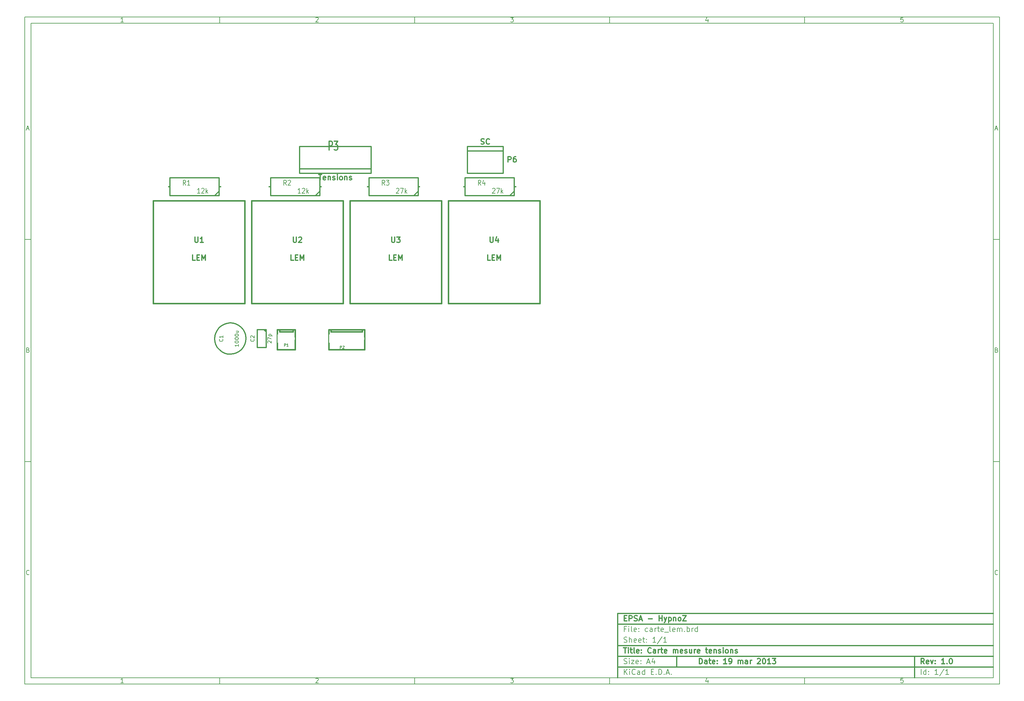
<source format=gto>
G04 (created by PCBNEW-RS274X (2012-01-19 BZR 3256)-stable) date 19/03/2013 14:42:43*
G01*
G70*
G90*
%MOIN*%
G04 Gerber Fmt 3.4, Leading zero omitted, Abs format*
%FSLAX34Y34*%
G04 APERTURE LIST*
%ADD10C,0.006000*%
%ADD11C,0.012000*%
%ADD12C,0.015000*%
%ADD13C,0.008000*%
%ADD14R,0.095000X0.095000*%
%ADD15C,0.095000*%
%ADD16C,0.090000*%
%ADD17R,0.170000X0.170000*%
%ADD18C,0.170000*%
%ADD19C,0.110000*%
G04 APERTURE END LIST*
G54D10*
X04000Y-04000D02*
X113000Y-04000D01*
X113000Y-78670D01*
X04000Y-78670D01*
X04000Y-04000D01*
X04700Y-04700D02*
X112300Y-04700D01*
X112300Y-77970D01*
X04700Y-77970D01*
X04700Y-04700D01*
X25800Y-04000D02*
X25800Y-04700D01*
X15043Y-04552D02*
X14757Y-04552D01*
X14900Y-04552D02*
X14900Y-04052D01*
X14852Y-04124D01*
X14805Y-04171D01*
X14757Y-04195D01*
X25800Y-78670D02*
X25800Y-77970D01*
X15043Y-78522D02*
X14757Y-78522D01*
X14900Y-78522D02*
X14900Y-78022D01*
X14852Y-78094D01*
X14805Y-78141D01*
X14757Y-78165D01*
X47600Y-04000D02*
X47600Y-04700D01*
X36557Y-04100D02*
X36581Y-04076D01*
X36629Y-04052D01*
X36748Y-04052D01*
X36795Y-04076D01*
X36819Y-04100D01*
X36843Y-04148D01*
X36843Y-04195D01*
X36819Y-04267D01*
X36533Y-04552D01*
X36843Y-04552D01*
X47600Y-78670D02*
X47600Y-77970D01*
X36557Y-78070D02*
X36581Y-78046D01*
X36629Y-78022D01*
X36748Y-78022D01*
X36795Y-78046D01*
X36819Y-78070D01*
X36843Y-78118D01*
X36843Y-78165D01*
X36819Y-78237D01*
X36533Y-78522D01*
X36843Y-78522D01*
X69400Y-04000D02*
X69400Y-04700D01*
X58333Y-04052D02*
X58643Y-04052D01*
X58476Y-04243D01*
X58548Y-04243D01*
X58595Y-04267D01*
X58619Y-04290D01*
X58643Y-04338D01*
X58643Y-04457D01*
X58619Y-04505D01*
X58595Y-04529D01*
X58548Y-04552D01*
X58405Y-04552D01*
X58357Y-04529D01*
X58333Y-04505D01*
X69400Y-78670D02*
X69400Y-77970D01*
X58333Y-78022D02*
X58643Y-78022D01*
X58476Y-78213D01*
X58548Y-78213D01*
X58595Y-78237D01*
X58619Y-78260D01*
X58643Y-78308D01*
X58643Y-78427D01*
X58619Y-78475D01*
X58595Y-78499D01*
X58548Y-78522D01*
X58405Y-78522D01*
X58357Y-78499D01*
X58333Y-78475D01*
X91200Y-04000D02*
X91200Y-04700D01*
X80395Y-04219D02*
X80395Y-04552D01*
X80276Y-04029D02*
X80157Y-04386D01*
X80467Y-04386D01*
X91200Y-78670D02*
X91200Y-77970D01*
X80395Y-78189D02*
X80395Y-78522D01*
X80276Y-77999D02*
X80157Y-78356D01*
X80467Y-78356D01*
X102219Y-04052D02*
X101981Y-04052D01*
X101957Y-04290D01*
X101981Y-04267D01*
X102029Y-04243D01*
X102148Y-04243D01*
X102195Y-04267D01*
X102219Y-04290D01*
X102243Y-04338D01*
X102243Y-04457D01*
X102219Y-04505D01*
X102195Y-04529D01*
X102148Y-04552D01*
X102029Y-04552D01*
X101981Y-04529D01*
X101957Y-04505D01*
X102219Y-78022D02*
X101981Y-78022D01*
X101957Y-78260D01*
X101981Y-78237D01*
X102029Y-78213D01*
X102148Y-78213D01*
X102195Y-78237D01*
X102219Y-78260D01*
X102243Y-78308D01*
X102243Y-78427D01*
X102219Y-78475D01*
X102195Y-78499D01*
X102148Y-78522D01*
X102029Y-78522D01*
X101981Y-78499D01*
X101957Y-78475D01*
X04000Y-28890D02*
X04700Y-28890D01*
X04231Y-16510D02*
X04469Y-16510D01*
X04184Y-16652D02*
X04350Y-16152D01*
X04517Y-16652D01*
X113000Y-28890D02*
X112300Y-28890D01*
X112531Y-16510D02*
X112769Y-16510D01*
X112484Y-16652D02*
X112650Y-16152D01*
X112817Y-16652D01*
X04000Y-53780D02*
X04700Y-53780D01*
X04386Y-41280D02*
X04457Y-41304D01*
X04481Y-41328D01*
X04505Y-41376D01*
X04505Y-41447D01*
X04481Y-41495D01*
X04457Y-41519D01*
X04410Y-41542D01*
X04219Y-41542D01*
X04219Y-41042D01*
X04386Y-41042D01*
X04433Y-41066D01*
X04457Y-41090D01*
X04481Y-41138D01*
X04481Y-41185D01*
X04457Y-41233D01*
X04433Y-41257D01*
X04386Y-41280D01*
X04219Y-41280D01*
X113000Y-53780D02*
X112300Y-53780D01*
X112686Y-41280D02*
X112757Y-41304D01*
X112781Y-41328D01*
X112805Y-41376D01*
X112805Y-41447D01*
X112781Y-41495D01*
X112757Y-41519D01*
X112710Y-41542D01*
X112519Y-41542D01*
X112519Y-41042D01*
X112686Y-41042D01*
X112733Y-41066D01*
X112757Y-41090D01*
X112781Y-41138D01*
X112781Y-41185D01*
X112757Y-41233D01*
X112733Y-41257D01*
X112686Y-41280D01*
X112519Y-41280D01*
X04505Y-66385D02*
X04481Y-66409D01*
X04410Y-66432D01*
X04362Y-66432D01*
X04290Y-66409D01*
X04243Y-66361D01*
X04219Y-66313D01*
X04195Y-66218D01*
X04195Y-66147D01*
X04219Y-66051D01*
X04243Y-66004D01*
X04290Y-65956D01*
X04362Y-65932D01*
X04410Y-65932D01*
X04481Y-65956D01*
X04505Y-65980D01*
X112805Y-66385D02*
X112781Y-66409D01*
X112710Y-66432D01*
X112662Y-66432D01*
X112590Y-66409D01*
X112543Y-66361D01*
X112519Y-66313D01*
X112495Y-66218D01*
X112495Y-66147D01*
X112519Y-66051D01*
X112543Y-66004D01*
X112590Y-65956D01*
X112662Y-65932D01*
X112710Y-65932D01*
X112781Y-65956D01*
X112805Y-65980D01*
G54D11*
X79443Y-76413D02*
X79443Y-75813D01*
X79586Y-75813D01*
X79671Y-75841D01*
X79729Y-75899D01*
X79757Y-75956D01*
X79786Y-76070D01*
X79786Y-76156D01*
X79757Y-76270D01*
X79729Y-76327D01*
X79671Y-76384D01*
X79586Y-76413D01*
X79443Y-76413D01*
X80300Y-76413D02*
X80300Y-76099D01*
X80271Y-76041D01*
X80214Y-76013D01*
X80100Y-76013D01*
X80043Y-76041D01*
X80300Y-76384D02*
X80243Y-76413D01*
X80100Y-76413D01*
X80043Y-76384D01*
X80014Y-76327D01*
X80014Y-76270D01*
X80043Y-76213D01*
X80100Y-76184D01*
X80243Y-76184D01*
X80300Y-76156D01*
X80500Y-76013D02*
X80729Y-76013D01*
X80586Y-75813D02*
X80586Y-76327D01*
X80614Y-76384D01*
X80672Y-76413D01*
X80729Y-76413D01*
X81157Y-76384D02*
X81100Y-76413D01*
X80986Y-76413D01*
X80929Y-76384D01*
X80900Y-76327D01*
X80900Y-76099D01*
X80929Y-76041D01*
X80986Y-76013D01*
X81100Y-76013D01*
X81157Y-76041D01*
X81186Y-76099D01*
X81186Y-76156D01*
X80900Y-76213D01*
X81443Y-76356D02*
X81471Y-76384D01*
X81443Y-76413D01*
X81414Y-76384D01*
X81443Y-76356D01*
X81443Y-76413D01*
X81443Y-76041D02*
X81471Y-76070D01*
X81443Y-76099D01*
X81414Y-76070D01*
X81443Y-76041D01*
X81443Y-76099D01*
X82500Y-76413D02*
X82157Y-76413D01*
X82329Y-76413D02*
X82329Y-75813D01*
X82272Y-75899D01*
X82214Y-75956D01*
X82157Y-75984D01*
X82785Y-76413D02*
X82900Y-76413D01*
X82957Y-76384D01*
X82985Y-76356D01*
X83043Y-76270D01*
X83071Y-76156D01*
X83071Y-75927D01*
X83043Y-75870D01*
X83014Y-75841D01*
X82957Y-75813D01*
X82843Y-75813D01*
X82785Y-75841D01*
X82757Y-75870D01*
X82728Y-75927D01*
X82728Y-76070D01*
X82757Y-76127D01*
X82785Y-76156D01*
X82843Y-76184D01*
X82957Y-76184D01*
X83014Y-76156D01*
X83043Y-76127D01*
X83071Y-76070D01*
X83785Y-76413D02*
X83785Y-76013D01*
X83785Y-76070D02*
X83813Y-76041D01*
X83871Y-76013D01*
X83956Y-76013D01*
X84013Y-76041D01*
X84042Y-76099D01*
X84042Y-76413D01*
X84042Y-76099D02*
X84071Y-76041D01*
X84128Y-76013D01*
X84213Y-76013D01*
X84271Y-76041D01*
X84299Y-76099D01*
X84299Y-76413D01*
X84842Y-76413D02*
X84842Y-76099D01*
X84813Y-76041D01*
X84756Y-76013D01*
X84642Y-76013D01*
X84585Y-76041D01*
X84842Y-76384D02*
X84785Y-76413D01*
X84642Y-76413D01*
X84585Y-76384D01*
X84556Y-76327D01*
X84556Y-76270D01*
X84585Y-76213D01*
X84642Y-76184D01*
X84785Y-76184D01*
X84842Y-76156D01*
X85128Y-76413D02*
X85128Y-76013D01*
X85128Y-76127D02*
X85156Y-76070D01*
X85185Y-76041D01*
X85242Y-76013D01*
X85299Y-76013D01*
X85927Y-75870D02*
X85956Y-75841D01*
X86013Y-75813D01*
X86156Y-75813D01*
X86213Y-75841D01*
X86242Y-75870D01*
X86270Y-75927D01*
X86270Y-75984D01*
X86242Y-76070D01*
X85899Y-76413D01*
X86270Y-76413D01*
X86641Y-75813D02*
X86698Y-75813D01*
X86755Y-75841D01*
X86784Y-75870D01*
X86813Y-75927D01*
X86841Y-76041D01*
X86841Y-76184D01*
X86813Y-76299D01*
X86784Y-76356D01*
X86755Y-76384D01*
X86698Y-76413D01*
X86641Y-76413D01*
X86584Y-76384D01*
X86555Y-76356D01*
X86527Y-76299D01*
X86498Y-76184D01*
X86498Y-76041D01*
X86527Y-75927D01*
X86555Y-75870D01*
X86584Y-75841D01*
X86641Y-75813D01*
X87412Y-76413D02*
X87069Y-76413D01*
X87241Y-76413D02*
X87241Y-75813D01*
X87184Y-75899D01*
X87126Y-75956D01*
X87069Y-75984D01*
X87612Y-75813D02*
X87983Y-75813D01*
X87783Y-76041D01*
X87869Y-76041D01*
X87926Y-76070D01*
X87955Y-76099D01*
X87983Y-76156D01*
X87983Y-76299D01*
X87955Y-76356D01*
X87926Y-76384D01*
X87869Y-76413D01*
X87697Y-76413D01*
X87640Y-76384D01*
X87612Y-76356D01*
G54D10*
X71043Y-77613D02*
X71043Y-77013D01*
X71386Y-77613D02*
X71129Y-77270D01*
X71386Y-77013D02*
X71043Y-77356D01*
X71643Y-77613D02*
X71643Y-77213D01*
X71643Y-77013D02*
X71614Y-77041D01*
X71643Y-77070D01*
X71671Y-77041D01*
X71643Y-77013D01*
X71643Y-77070D01*
X72272Y-77556D02*
X72243Y-77584D01*
X72157Y-77613D01*
X72100Y-77613D01*
X72015Y-77584D01*
X71957Y-77527D01*
X71929Y-77470D01*
X71900Y-77356D01*
X71900Y-77270D01*
X71929Y-77156D01*
X71957Y-77099D01*
X72015Y-77041D01*
X72100Y-77013D01*
X72157Y-77013D01*
X72243Y-77041D01*
X72272Y-77070D01*
X72786Y-77613D02*
X72786Y-77299D01*
X72757Y-77241D01*
X72700Y-77213D01*
X72586Y-77213D01*
X72529Y-77241D01*
X72786Y-77584D02*
X72729Y-77613D01*
X72586Y-77613D01*
X72529Y-77584D01*
X72500Y-77527D01*
X72500Y-77470D01*
X72529Y-77413D01*
X72586Y-77384D01*
X72729Y-77384D01*
X72786Y-77356D01*
X73329Y-77613D02*
X73329Y-77013D01*
X73329Y-77584D02*
X73272Y-77613D01*
X73158Y-77613D01*
X73100Y-77584D01*
X73072Y-77556D01*
X73043Y-77499D01*
X73043Y-77327D01*
X73072Y-77270D01*
X73100Y-77241D01*
X73158Y-77213D01*
X73272Y-77213D01*
X73329Y-77241D01*
X74072Y-77299D02*
X74272Y-77299D01*
X74358Y-77613D02*
X74072Y-77613D01*
X74072Y-77013D01*
X74358Y-77013D01*
X74615Y-77556D02*
X74643Y-77584D01*
X74615Y-77613D01*
X74586Y-77584D01*
X74615Y-77556D01*
X74615Y-77613D01*
X74901Y-77613D02*
X74901Y-77013D01*
X75044Y-77013D01*
X75129Y-77041D01*
X75187Y-77099D01*
X75215Y-77156D01*
X75244Y-77270D01*
X75244Y-77356D01*
X75215Y-77470D01*
X75187Y-77527D01*
X75129Y-77584D01*
X75044Y-77613D01*
X74901Y-77613D01*
X75501Y-77556D02*
X75529Y-77584D01*
X75501Y-77613D01*
X75472Y-77584D01*
X75501Y-77556D01*
X75501Y-77613D01*
X75758Y-77441D02*
X76044Y-77441D01*
X75701Y-77613D02*
X75901Y-77013D01*
X76101Y-77613D01*
X76301Y-77556D02*
X76329Y-77584D01*
X76301Y-77613D01*
X76272Y-77584D01*
X76301Y-77556D01*
X76301Y-77613D01*
G54D11*
X104586Y-76413D02*
X104386Y-76127D01*
X104243Y-76413D02*
X104243Y-75813D01*
X104471Y-75813D01*
X104529Y-75841D01*
X104557Y-75870D01*
X104586Y-75927D01*
X104586Y-76013D01*
X104557Y-76070D01*
X104529Y-76099D01*
X104471Y-76127D01*
X104243Y-76127D01*
X105071Y-76384D02*
X105014Y-76413D01*
X104900Y-76413D01*
X104843Y-76384D01*
X104814Y-76327D01*
X104814Y-76099D01*
X104843Y-76041D01*
X104900Y-76013D01*
X105014Y-76013D01*
X105071Y-76041D01*
X105100Y-76099D01*
X105100Y-76156D01*
X104814Y-76213D01*
X105300Y-76013D02*
X105443Y-76413D01*
X105585Y-76013D01*
X105814Y-76356D02*
X105842Y-76384D01*
X105814Y-76413D01*
X105785Y-76384D01*
X105814Y-76356D01*
X105814Y-76413D01*
X105814Y-76041D02*
X105842Y-76070D01*
X105814Y-76099D01*
X105785Y-76070D01*
X105814Y-76041D01*
X105814Y-76099D01*
X106871Y-76413D02*
X106528Y-76413D01*
X106700Y-76413D02*
X106700Y-75813D01*
X106643Y-75899D01*
X106585Y-75956D01*
X106528Y-75984D01*
X107128Y-76356D02*
X107156Y-76384D01*
X107128Y-76413D01*
X107099Y-76384D01*
X107128Y-76356D01*
X107128Y-76413D01*
X107528Y-75813D02*
X107585Y-75813D01*
X107642Y-75841D01*
X107671Y-75870D01*
X107700Y-75927D01*
X107728Y-76041D01*
X107728Y-76184D01*
X107700Y-76299D01*
X107671Y-76356D01*
X107642Y-76384D01*
X107585Y-76413D01*
X107528Y-76413D01*
X107471Y-76384D01*
X107442Y-76356D01*
X107414Y-76299D01*
X107385Y-76184D01*
X107385Y-76041D01*
X107414Y-75927D01*
X107442Y-75870D01*
X107471Y-75841D01*
X107528Y-75813D01*
G54D10*
X71014Y-76384D02*
X71100Y-76413D01*
X71243Y-76413D01*
X71300Y-76384D01*
X71329Y-76356D01*
X71357Y-76299D01*
X71357Y-76241D01*
X71329Y-76184D01*
X71300Y-76156D01*
X71243Y-76127D01*
X71129Y-76099D01*
X71071Y-76070D01*
X71043Y-76041D01*
X71014Y-75984D01*
X71014Y-75927D01*
X71043Y-75870D01*
X71071Y-75841D01*
X71129Y-75813D01*
X71271Y-75813D01*
X71357Y-75841D01*
X71614Y-76413D02*
X71614Y-76013D01*
X71614Y-75813D02*
X71585Y-75841D01*
X71614Y-75870D01*
X71642Y-75841D01*
X71614Y-75813D01*
X71614Y-75870D01*
X71843Y-76013D02*
X72157Y-76013D01*
X71843Y-76413D01*
X72157Y-76413D01*
X72614Y-76384D02*
X72557Y-76413D01*
X72443Y-76413D01*
X72386Y-76384D01*
X72357Y-76327D01*
X72357Y-76099D01*
X72386Y-76041D01*
X72443Y-76013D01*
X72557Y-76013D01*
X72614Y-76041D01*
X72643Y-76099D01*
X72643Y-76156D01*
X72357Y-76213D01*
X72900Y-76356D02*
X72928Y-76384D01*
X72900Y-76413D01*
X72871Y-76384D01*
X72900Y-76356D01*
X72900Y-76413D01*
X72900Y-76041D02*
X72928Y-76070D01*
X72900Y-76099D01*
X72871Y-76070D01*
X72900Y-76041D01*
X72900Y-76099D01*
X73614Y-76241D02*
X73900Y-76241D01*
X73557Y-76413D02*
X73757Y-75813D01*
X73957Y-76413D01*
X74414Y-76013D02*
X74414Y-76413D01*
X74271Y-75784D02*
X74128Y-76213D01*
X74500Y-76213D01*
X104243Y-77613D02*
X104243Y-77013D01*
X104786Y-77613D02*
X104786Y-77013D01*
X104786Y-77584D02*
X104729Y-77613D01*
X104615Y-77613D01*
X104557Y-77584D01*
X104529Y-77556D01*
X104500Y-77499D01*
X104500Y-77327D01*
X104529Y-77270D01*
X104557Y-77241D01*
X104615Y-77213D01*
X104729Y-77213D01*
X104786Y-77241D01*
X105072Y-77556D02*
X105100Y-77584D01*
X105072Y-77613D01*
X105043Y-77584D01*
X105072Y-77556D01*
X105072Y-77613D01*
X105072Y-77241D02*
X105100Y-77270D01*
X105072Y-77299D01*
X105043Y-77270D01*
X105072Y-77241D01*
X105072Y-77299D01*
X106129Y-77613D02*
X105786Y-77613D01*
X105958Y-77613D02*
X105958Y-77013D01*
X105901Y-77099D01*
X105843Y-77156D01*
X105786Y-77184D01*
X106814Y-76984D02*
X106300Y-77756D01*
X107329Y-77613D02*
X106986Y-77613D01*
X107158Y-77613D02*
X107158Y-77013D01*
X107101Y-77099D01*
X107043Y-77156D01*
X106986Y-77184D01*
G54D11*
X70957Y-74613D02*
X71300Y-74613D01*
X71129Y-75213D02*
X71129Y-74613D01*
X71500Y-75213D02*
X71500Y-74813D01*
X71500Y-74613D02*
X71471Y-74641D01*
X71500Y-74670D01*
X71528Y-74641D01*
X71500Y-74613D01*
X71500Y-74670D01*
X71700Y-74813D02*
X71929Y-74813D01*
X71786Y-74613D02*
X71786Y-75127D01*
X71814Y-75184D01*
X71872Y-75213D01*
X71929Y-75213D01*
X72215Y-75213D02*
X72157Y-75184D01*
X72129Y-75127D01*
X72129Y-74613D01*
X72671Y-75184D02*
X72614Y-75213D01*
X72500Y-75213D01*
X72443Y-75184D01*
X72414Y-75127D01*
X72414Y-74899D01*
X72443Y-74841D01*
X72500Y-74813D01*
X72614Y-74813D01*
X72671Y-74841D01*
X72700Y-74899D01*
X72700Y-74956D01*
X72414Y-75013D01*
X72957Y-75156D02*
X72985Y-75184D01*
X72957Y-75213D01*
X72928Y-75184D01*
X72957Y-75156D01*
X72957Y-75213D01*
X72957Y-74841D02*
X72985Y-74870D01*
X72957Y-74899D01*
X72928Y-74870D01*
X72957Y-74841D01*
X72957Y-74899D01*
X74043Y-75156D02*
X74014Y-75184D01*
X73928Y-75213D01*
X73871Y-75213D01*
X73786Y-75184D01*
X73728Y-75127D01*
X73700Y-75070D01*
X73671Y-74956D01*
X73671Y-74870D01*
X73700Y-74756D01*
X73728Y-74699D01*
X73786Y-74641D01*
X73871Y-74613D01*
X73928Y-74613D01*
X74014Y-74641D01*
X74043Y-74670D01*
X74557Y-75213D02*
X74557Y-74899D01*
X74528Y-74841D01*
X74471Y-74813D01*
X74357Y-74813D01*
X74300Y-74841D01*
X74557Y-75184D02*
X74500Y-75213D01*
X74357Y-75213D01*
X74300Y-75184D01*
X74271Y-75127D01*
X74271Y-75070D01*
X74300Y-75013D01*
X74357Y-74984D01*
X74500Y-74984D01*
X74557Y-74956D01*
X74843Y-75213D02*
X74843Y-74813D01*
X74843Y-74927D02*
X74871Y-74870D01*
X74900Y-74841D01*
X74957Y-74813D01*
X75014Y-74813D01*
X75128Y-74813D02*
X75357Y-74813D01*
X75214Y-74613D02*
X75214Y-75127D01*
X75242Y-75184D01*
X75300Y-75213D01*
X75357Y-75213D01*
X75785Y-75184D02*
X75728Y-75213D01*
X75614Y-75213D01*
X75557Y-75184D01*
X75528Y-75127D01*
X75528Y-74899D01*
X75557Y-74841D01*
X75614Y-74813D01*
X75728Y-74813D01*
X75785Y-74841D01*
X75814Y-74899D01*
X75814Y-74956D01*
X75528Y-75013D01*
X76528Y-75213D02*
X76528Y-74813D01*
X76528Y-74870D02*
X76556Y-74841D01*
X76614Y-74813D01*
X76699Y-74813D01*
X76756Y-74841D01*
X76785Y-74899D01*
X76785Y-75213D01*
X76785Y-74899D02*
X76814Y-74841D01*
X76871Y-74813D01*
X76956Y-74813D01*
X77014Y-74841D01*
X77042Y-74899D01*
X77042Y-75213D01*
X77556Y-75184D02*
X77499Y-75213D01*
X77385Y-75213D01*
X77328Y-75184D01*
X77299Y-75127D01*
X77299Y-74899D01*
X77328Y-74841D01*
X77385Y-74813D01*
X77499Y-74813D01*
X77556Y-74841D01*
X77585Y-74899D01*
X77585Y-74956D01*
X77299Y-75013D01*
X77813Y-75184D02*
X77870Y-75213D01*
X77985Y-75213D01*
X78042Y-75184D01*
X78070Y-75127D01*
X78070Y-75099D01*
X78042Y-75041D01*
X77985Y-75013D01*
X77899Y-75013D01*
X77842Y-74984D01*
X77813Y-74927D01*
X77813Y-74899D01*
X77842Y-74841D01*
X77899Y-74813D01*
X77985Y-74813D01*
X78042Y-74841D01*
X78585Y-74813D02*
X78585Y-75213D01*
X78328Y-74813D02*
X78328Y-75127D01*
X78356Y-75184D01*
X78414Y-75213D01*
X78499Y-75213D01*
X78556Y-75184D01*
X78585Y-75156D01*
X78871Y-75213D02*
X78871Y-74813D01*
X78871Y-74927D02*
X78899Y-74870D01*
X78928Y-74841D01*
X78985Y-74813D01*
X79042Y-74813D01*
X79470Y-75184D02*
X79413Y-75213D01*
X79299Y-75213D01*
X79242Y-75184D01*
X79213Y-75127D01*
X79213Y-74899D01*
X79242Y-74841D01*
X79299Y-74813D01*
X79413Y-74813D01*
X79470Y-74841D01*
X79499Y-74899D01*
X79499Y-74956D01*
X79213Y-75013D01*
X80127Y-74813D02*
X80356Y-74813D01*
X80213Y-74613D02*
X80213Y-75127D01*
X80241Y-75184D01*
X80299Y-75213D01*
X80356Y-75213D01*
X80784Y-75184D02*
X80727Y-75213D01*
X80613Y-75213D01*
X80556Y-75184D01*
X80527Y-75127D01*
X80527Y-74899D01*
X80556Y-74841D01*
X80613Y-74813D01*
X80727Y-74813D01*
X80784Y-74841D01*
X80813Y-74899D01*
X80813Y-74956D01*
X80527Y-75013D01*
X81070Y-74813D02*
X81070Y-75213D01*
X81070Y-74870D02*
X81098Y-74841D01*
X81156Y-74813D01*
X81241Y-74813D01*
X81298Y-74841D01*
X81327Y-74899D01*
X81327Y-75213D01*
X81584Y-75184D02*
X81641Y-75213D01*
X81756Y-75213D01*
X81813Y-75184D01*
X81841Y-75127D01*
X81841Y-75099D01*
X81813Y-75041D01*
X81756Y-75013D01*
X81670Y-75013D01*
X81613Y-74984D01*
X81584Y-74927D01*
X81584Y-74899D01*
X81613Y-74841D01*
X81670Y-74813D01*
X81756Y-74813D01*
X81813Y-74841D01*
X82099Y-75213D02*
X82099Y-74813D01*
X82099Y-74613D02*
X82070Y-74641D01*
X82099Y-74670D01*
X82127Y-74641D01*
X82099Y-74613D01*
X82099Y-74670D01*
X82471Y-75213D02*
X82413Y-75184D01*
X82385Y-75156D01*
X82356Y-75099D01*
X82356Y-74927D01*
X82385Y-74870D01*
X82413Y-74841D01*
X82471Y-74813D01*
X82556Y-74813D01*
X82613Y-74841D01*
X82642Y-74870D01*
X82671Y-74927D01*
X82671Y-75099D01*
X82642Y-75156D01*
X82613Y-75184D01*
X82556Y-75213D01*
X82471Y-75213D01*
X82928Y-74813D02*
X82928Y-75213D01*
X82928Y-74870D02*
X82956Y-74841D01*
X83014Y-74813D01*
X83099Y-74813D01*
X83156Y-74841D01*
X83185Y-74899D01*
X83185Y-75213D01*
X83442Y-75184D02*
X83499Y-75213D01*
X83614Y-75213D01*
X83671Y-75184D01*
X83699Y-75127D01*
X83699Y-75099D01*
X83671Y-75041D01*
X83614Y-75013D01*
X83528Y-75013D01*
X83471Y-74984D01*
X83442Y-74927D01*
X83442Y-74899D01*
X83471Y-74841D01*
X83528Y-74813D01*
X83614Y-74813D01*
X83671Y-74841D01*
G54D10*
X71243Y-72499D02*
X71043Y-72499D01*
X71043Y-72813D02*
X71043Y-72213D01*
X71329Y-72213D01*
X71557Y-72813D02*
X71557Y-72413D01*
X71557Y-72213D02*
X71528Y-72241D01*
X71557Y-72270D01*
X71585Y-72241D01*
X71557Y-72213D01*
X71557Y-72270D01*
X71929Y-72813D02*
X71871Y-72784D01*
X71843Y-72727D01*
X71843Y-72213D01*
X72385Y-72784D02*
X72328Y-72813D01*
X72214Y-72813D01*
X72157Y-72784D01*
X72128Y-72727D01*
X72128Y-72499D01*
X72157Y-72441D01*
X72214Y-72413D01*
X72328Y-72413D01*
X72385Y-72441D01*
X72414Y-72499D01*
X72414Y-72556D01*
X72128Y-72613D01*
X72671Y-72756D02*
X72699Y-72784D01*
X72671Y-72813D01*
X72642Y-72784D01*
X72671Y-72756D01*
X72671Y-72813D01*
X72671Y-72441D02*
X72699Y-72470D01*
X72671Y-72499D01*
X72642Y-72470D01*
X72671Y-72441D01*
X72671Y-72499D01*
X73671Y-72784D02*
X73614Y-72813D01*
X73500Y-72813D01*
X73442Y-72784D01*
X73414Y-72756D01*
X73385Y-72699D01*
X73385Y-72527D01*
X73414Y-72470D01*
X73442Y-72441D01*
X73500Y-72413D01*
X73614Y-72413D01*
X73671Y-72441D01*
X74185Y-72813D02*
X74185Y-72499D01*
X74156Y-72441D01*
X74099Y-72413D01*
X73985Y-72413D01*
X73928Y-72441D01*
X74185Y-72784D02*
X74128Y-72813D01*
X73985Y-72813D01*
X73928Y-72784D01*
X73899Y-72727D01*
X73899Y-72670D01*
X73928Y-72613D01*
X73985Y-72584D01*
X74128Y-72584D01*
X74185Y-72556D01*
X74471Y-72813D02*
X74471Y-72413D01*
X74471Y-72527D02*
X74499Y-72470D01*
X74528Y-72441D01*
X74585Y-72413D01*
X74642Y-72413D01*
X74756Y-72413D02*
X74985Y-72413D01*
X74842Y-72213D02*
X74842Y-72727D01*
X74870Y-72784D01*
X74928Y-72813D01*
X74985Y-72813D01*
X75413Y-72784D02*
X75356Y-72813D01*
X75242Y-72813D01*
X75185Y-72784D01*
X75156Y-72727D01*
X75156Y-72499D01*
X75185Y-72441D01*
X75242Y-72413D01*
X75356Y-72413D01*
X75413Y-72441D01*
X75442Y-72499D01*
X75442Y-72556D01*
X75156Y-72613D01*
X75556Y-72870D02*
X76013Y-72870D01*
X76242Y-72813D02*
X76184Y-72784D01*
X76156Y-72727D01*
X76156Y-72213D01*
X76698Y-72784D02*
X76641Y-72813D01*
X76527Y-72813D01*
X76470Y-72784D01*
X76441Y-72727D01*
X76441Y-72499D01*
X76470Y-72441D01*
X76527Y-72413D01*
X76641Y-72413D01*
X76698Y-72441D01*
X76727Y-72499D01*
X76727Y-72556D01*
X76441Y-72613D01*
X76984Y-72813D02*
X76984Y-72413D01*
X76984Y-72470D02*
X77012Y-72441D01*
X77070Y-72413D01*
X77155Y-72413D01*
X77212Y-72441D01*
X77241Y-72499D01*
X77241Y-72813D01*
X77241Y-72499D02*
X77270Y-72441D01*
X77327Y-72413D01*
X77412Y-72413D01*
X77470Y-72441D01*
X77498Y-72499D01*
X77498Y-72813D01*
X77784Y-72756D02*
X77812Y-72784D01*
X77784Y-72813D01*
X77755Y-72784D01*
X77784Y-72756D01*
X77784Y-72813D01*
X78070Y-72813D02*
X78070Y-72213D01*
X78070Y-72441D02*
X78127Y-72413D01*
X78241Y-72413D01*
X78298Y-72441D01*
X78327Y-72470D01*
X78356Y-72527D01*
X78356Y-72699D01*
X78327Y-72756D01*
X78298Y-72784D01*
X78241Y-72813D01*
X78127Y-72813D01*
X78070Y-72784D01*
X78613Y-72813D02*
X78613Y-72413D01*
X78613Y-72527D02*
X78641Y-72470D01*
X78670Y-72441D01*
X78727Y-72413D01*
X78784Y-72413D01*
X79241Y-72813D02*
X79241Y-72213D01*
X79241Y-72784D02*
X79184Y-72813D01*
X79070Y-72813D01*
X79012Y-72784D01*
X78984Y-72756D01*
X78955Y-72699D01*
X78955Y-72527D01*
X78984Y-72470D01*
X79012Y-72441D01*
X79070Y-72413D01*
X79184Y-72413D01*
X79241Y-72441D01*
X71014Y-73984D02*
X71100Y-74013D01*
X71243Y-74013D01*
X71300Y-73984D01*
X71329Y-73956D01*
X71357Y-73899D01*
X71357Y-73841D01*
X71329Y-73784D01*
X71300Y-73756D01*
X71243Y-73727D01*
X71129Y-73699D01*
X71071Y-73670D01*
X71043Y-73641D01*
X71014Y-73584D01*
X71014Y-73527D01*
X71043Y-73470D01*
X71071Y-73441D01*
X71129Y-73413D01*
X71271Y-73413D01*
X71357Y-73441D01*
X71614Y-74013D02*
X71614Y-73413D01*
X71871Y-74013D02*
X71871Y-73699D01*
X71842Y-73641D01*
X71785Y-73613D01*
X71700Y-73613D01*
X71642Y-73641D01*
X71614Y-73670D01*
X72385Y-73984D02*
X72328Y-74013D01*
X72214Y-74013D01*
X72157Y-73984D01*
X72128Y-73927D01*
X72128Y-73699D01*
X72157Y-73641D01*
X72214Y-73613D01*
X72328Y-73613D01*
X72385Y-73641D01*
X72414Y-73699D01*
X72414Y-73756D01*
X72128Y-73813D01*
X72899Y-73984D02*
X72842Y-74013D01*
X72728Y-74013D01*
X72671Y-73984D01*
X72642Y-73927D01*
X72642Y-73699D01*
X72671Y-73641D01*
X72728Y-73613D01*
X72842Y-73613D01*
X72899Y-73641D01*
X72928Y-73699D01*
X72928Y-73756D01*
X72642Y-73813D01*
X73099Y-73613D02*
X73328Y-73613D01*
X73185Y-73413D02*
X73185Y-73927D01*
X73213Y-73984D01*
X73271Y-74013D01*
X73328Y-74013D01*
X73528Y-73956D02*
X73556Y-73984D01*
X73528Y-74013D01*
X73499Y-73984D01*
X73528Y-73956D01*
X73528Y-74013D01*
X73528Y-73641D02*
X73556Y-73670D01*
X73528Y-73699D01*
X73499Y-73670D01*
X73528Y-73641D01*
X73528Y-73699D01*
X74585Y-74013D02*
X74242Y-74013D01*
X74414Y-74013D02*
X74414Y-73413D01*
X74357Y-73499D01*
X74299Y-73556D01*
X74242Y-73584D01*
X75270Y-73384D02*
X74756Y-74156D01*
X75785Y-74013D02*
X75442Y-74013D01*
X75614Y-74013D02*
X75614Y-73413D01*
X75557Y-73499D01*
X75499Y-73556D01*
X75442Y-73584D01*
G54D11*
X71043Y-71299D02*
X71243Y-71299D01*
X71329Y-71613D02*
X71043Y-71613D01*
X71043Y-71013D01*
X71329Y-71013D01*
X71586Y-71613D02*
X71586Y-71013D01*
X71814Y-71013D01*
X71872Y-71041D01*
X71900Y-71070D01*
X71929Y-71127D01*
X71929Y-71213D01*
X71900Y-71270D01*
X71872Y-71299D01*
X71814Y-71327D01*
X71586Y-71327D01*
X72157Y-71584D02*
X72243Y-71613D01*
X72386Y-71613D01*
X72443Y-71584D01*
X72472Y-71556D01*
X72500Y-71499D01*
X72500Y-71441D01*
X72472Y-71384D01*
X72443Y-71356D01*
X72386Y-71327D01*
X72272Y-71299D01*
X72214Y-71270D01*
X72186Y-71241D01*
X72157Y-71184D01*
X72157Y-71127D01*
X72186Y-71070D01*
X72214Y-71041D01*
X72272Y-71013D01*
X72414Y-71013D01*
X72500Y-71041D01*
X72728Y-71441D02*
X73014Y-71441D01*
X72671Y-71613D02*
X72871Y-71013D01*
X73071Y-71613D01*
X73728Y-71384D02*
X74185Y-71384D01*
X74928Y-71613D02*
X74928Y-71013D01*
X74928Y-71299D02*
X75271Y-71299D01*
X75271Y-71613D02*
X75271Y-71013D01*
X75500Y-71213D02*
X75643Y-71613D01*
X75785Y-71213D02*
X75643Y-71613D01*
X75585Y-71756D01*
X75557Y-71784D01*
X75500Y-71813D01*
X76014Y-71213D02*
X76014Y-71813D01*
X76014Y-71241D02*
X76071Y-71213D01*
X76185Y-71213D01*
X76242Y-71241D01*
X76271Y-71270D01*
X76300Y-71327D01*
X76300Y-71499D01*
X76271Y-71556D01*
X76242Y-71584D01*
X76185Y-71613D01*
X76071Y-71613D01*
X76014Y-71584D01*
X76557Y-71213D02*
X76557Y-71613D01*
X76557Y-71270D02*
X76585Y-71241D01*
X76643Y-71213D01*
X76728Y-71213D01*
X76785Y-71241D01*
X76814Y-71299D01*
X76814Y-71613D01*
X77186Y-71613D02*
X77128Y-71584D01*
X77100Y-71556D01*
X77071Y-71499D01*
X77071Y-71327D01*
X77100Y-71270D01*
X77128Y-71241D01*
X77186Y-71213D01*
X77271Y-71213D01*
X77328Y-71241D01*
X77357Y-71270D01*
X77386Y-71327D01*
X77386Y-71499D01*
X77357Y-71556D01*
X77328Y-71584D01*
X77271Y-71613D01*
X77186Y-71613D01*
X77586Y-71013D02*
X77986Y-71013D01*
X77586Y-71613D01*
X77986Y-71613D01*
X70300Y-70770D02*
X70300Y-77970D01*
X70300Y-71970D02*
X112300Y-71970D01*
X70300Y-70770D02*
X112300Y-70770D01*
X70300Y-74370D02*
X112300Y-74370D01*
X103500Y-75570D02*
X103500Y-77970D01*
X70300Y-76770D02*
X112300Y-76770D01*
X70300Y-75570D02*
X112300Y-75570D01*
X76900Y-75570D02*
X76900Y-76770D01*
G54D12*
X32500Y-39000D02*
X32500Y-39250D01*
X32500Y-39250D02*
X34000Y-39250D01*
X34000Y-39250D02*
X34000Y-39000D01*
X32250Y-39000D02*
X32250Y-41250D01*
X32250Y-41250D02*
X34250Y-41250D01*
X34250Y-41250D02*
X34250Y-39000D01*
X34250Y-39000D02*
X32250Y-39000D01*
G54D10*
X32250Y-40500D02*
X32250Y-39500D01*
X34250Y-39500D02*
X34250Y-40500D01*
G54D12*
X40375Y-24575D02*
X40375Y-36075D01*
X40375Y-36075D02*
X50625Y-36075D01*
X50625Y-36075D02*
X50625Y-24575D01*
X50625Y-24575D02*
X40375Y-24575D01*
X29375Y-24575D02*
X29375Y-36075D01*
X29375Y-36075D02*
X39625Y-36075D01*
X39625Y-36075D02*
X39625Y-24575D01*
X39625Y-24575D02*
X29375Y-24575D01*
X51375Y-24575D02*
X51375Y-36075D01*
X51375Y-36075D02*
X61625Y-36075D01*
X61625Y-36075D02*
X61625Y-24575D01*
X61625Y-24575D02*
X51375Y-24575D01*
X18375Y-24575D02*
X18375Y-36075D01*
X18375Y-36075D02*
X28625Y-36075D01*
X28625Y-36075D02*
X28625Y-24575D01*
X28625Y-24575D02*
X18375Y-24575D01*
G54D11*
X31000Y-39020D02*
X31000Y-41000D01*
X31000Y-41000D02*
X30000Y-41000D01*
X30000Y-41000D02*
X30000Y-39000D01*
X30000Y-39000D02*
X31000Y-39000D01*
X30750Y-39000D02*
X31000Y-39250D01*
X28750Y-40000D02*
X28716Y-40339D01*
X28617Y-40666D01*
X28457Y-40968D01*
X28241Y-41233D01*
X27978Y-41450D01*
X27678Y-41613D01*
X27351Y-41714D01*
X27012Y-41749D01*
X26673Y-41719D01*
X26345Y-41622D01*
X26042Y-41464D01*
X25776Y-41250D01*
X25557Y-40988D01*
X25392Y-40689D01*
X25289Y-40363D01*
X25251Y-40024D01*
X25279Y-39685D01*
X25373Y-39356D01*
X25530Y-39053D01*
X25742Y-38785D01*
X26002Y-38563D01*
X26300Y-38397D01*
X26625Y-38291D01*
X26964Y-38251D01*
X27303Y-38277D01*
X27632Y-38369D01*
X27937Y-38523D01*
X28206Y-38733D01*
X28430Y-38992D01*
X28598Y-39289D01*
X28706Y-39613D01*
X28749Y-39952D01*
X28750Y-40000D01*
G54D12*
X42000Y-41250D02*
X42000Y-39000D01*
X38000Y-39000D02*
X38000Y-41250D01*
X41750Y-39250D02*
X39750Y-39250D01*
X42000Y-39000D02*
X40000Y-39000D01*
X40000Y-41250D02*
X42000Y-41250D01*
X41750Y-39250D02*
X41750Y-39000D01*
X38250Y-39000D02*
X38250Y-39250D01*
X38250Y-39250D02*
X39750Y-39250D01*
X38000Y-41250D02*
X40000Y-41250D01*
X40000Y-39000D02*
X38000Y-39000D01*
G54D11*
X53500Y-19000D02*
X57500Y-19000D01*
X53500Y-18500D02*
X53500Y-21500D01*
X53500Y-21500D02*
X57500Y-21500D01*
X57500Y-21500D02*
X57500Y-18500D01*
X57500Y-18500D02*
X53500Y-18500D01*
X26500Y-23000D02*
X26500Y-23000D01*
X26500Y-23000D02*
X26500Y-23000D01*
X20250Y-23000D02*
X19500Y-23000D01*
X19500Y-23000D02*
X19500Y-23000D01*
X20250Y-22000D02*
X25750Y-22000D01*
X25750Y-24000D02*
X20250Y-24000D01*
X25750Y-23500D02*
X25250Y-24000D01*
X20250Y-24000D02*
X20250Y-22000D01*
X25750Y-24000D02*
X25750Y-22000D01*
X26500Y-23000D02*
X25750Y-23000D01*
X37750Y-23000D02*
X37750Y-23000D01*
X37750Y-23000D02*
X37750Y-23000D01*
X31500Y-23000D02*
X30750Y-23000D01*
X30750Y-23000D02*
X30750Y-23000D01*
X31500Y-22000D02*
X37000Y-22000D01*
X37000Y-24000D02*
X31500Y-24000D01*
X37000Y-23500D02*
X36500Y-24000D01*
X31500Y-24000D02*
X31500Y-22000D01*
X37000Y-24000D02*
X37000Y-22000D01*
X37750Y-23000D02*
X37000Y-23000D01*
X48750Y-23000D02*
X48750Y-23000D01*
X48750Y-23000D02*
X48750Y-23000D01*
X42500Y-23000D02*
X41750Y-23000D01*
X41750Y-23000D02*
X41750Y-23000D01*
X42500Y-22000D02*
X48000Y-22000D01*
X48000Y-24000D02*
X42500Y-24000D01*
X48000Y-23500D02*
X47500Y-24000D01*
X42500Y-24000D02*
X42500Y-22000D01*
X48000Y-24000D02*
X48000Y-22000D01*
X48750Y-23000D02*
X48000Y-23000D01*
X59500Y-23000D02*
X59500Y-23000D01*
X59500Y-23000D02*
X59500Y-23000D01*
X53250Y-23000D02*
X52500Y-23000D01*
X52500Y-23000D02*
X52500Y-23000D01*
X53250Y-22000D02*
X58750Y-22000D01*
X58750Y-24000D02*
X53250Y-24000D01*
X58750Y-23500D02*
X58250Y-24000D01*
X53250Y-24000D02*
X53250Y-22000D01*
X58750Y-24000D02*
X58750Y-22000D01*
X59500Y-23000D02*
X58750Y-23000D01*
X34750Y-18500D02*
X34750Y-21500D01*
X42750Y-21500D02*
X42750Y-18500D01*
X42750Y-21000D02*
X34750Y-21000D01*
X34750Y-18500D02*
X42750Y-18500D01*
X34750Y-21500D02*
X42750Y-21500D01*
G54D10*
X33028Y-40871D02*
X33028Y-40571D01*
X33143Y-40571D01*
X33171Y-40586D01*
X33186Y-40600D01*
X33200Y-40629D01*
X33200Y-40671D01*
X33186Y-40700D01*
X33171Y-40714D01*
X33143Y-40729D01*
X33028Y-40729D01*
X33486Y-40871D02*
X33314Y-40871D01*
X33400Y-40871D02*
X33400Y-40571D01*
X33371Y-40614D01*
X33343Y-40643D01*
X33314Y-40657D01*
G54D11*
X45043Y-28643D02*
X45043Y-29129D01*
X45071Y-29186D01*
X45100Y-29214D01*
X45157Y-29243D01*
X45271Y-29243D01*
X45329Y-29214D01*
X45357Y-29186D01*
X45386Y-29129D01*
X45386Y-28643D01*
X45615Y-28643D02*
X45986Y-28643D01*
X45786Y-28871D01*
X45872Y-28871D01*
X45929Y-28900D01*
X45958Y-28929D01*
X45986Y-28986D01*
X45986Y-29129D01*
X45958Y-29186D01*
X45929Y-29214D01*
X45872Y-29243D01*
X45700Y-29243D01*
X45643Y-29214D01*
X45615Y-29186D01*
X45072Y-31243D02*
X44786Y-31243D01*
X44786Y-30643D01*
X45272Y-30929D02*
X45472Y-30929D01*
X45558Y-31243D02*
X45272Y-31243D01*
X45272Y-30643D01*
X45558Y-30643D01*
X45815Y-31243D02*
X45815Y-30643D01*
X46015Y-31071D01*
X46215Y-30643D01*
X46215Y-31243D01*
X34043Y-28643D02*
X34043Y-29129D01*
X34071Y-29186D01*
X34100Y-29214D01*
X34157Y-29243D01*
X34271Y-29243D01*
X34329Y-29214D01*
X34357Y-29186D01*
X34386Y-29129D01*
X34386Y-28643D01*
X34643Y-28700D02*
X34672Y-28671D01*
X34729Y-28643D01*
X34872Y-28643D01*
X34929Y-28671D01*
X34958Y-28700D01*
X34986Y-28757D01*
X34986Y-28814D01*
X34958Y-28900D01*
X34615Y-29243D01*
X34986Y-29243D01*
X34072Y-31243D02*
X33786Y-31243D01*
X33786Y-30643D01*
X34272Y-30929D02*
X34472Y-30929D01*
X34558Y-31243D02*
X34272Y-31243D01*
X34272Y-30643D01*
X34558Y-30643D01*
X34815Y-31243D02*
X34815Y-30643D01*
X35015Y-31071D01*
X35215Y-30643D01*
X35215Y-31243D01*
X56043Y-28643D02*
X56043Y-29129D01*
X56071Y-29186D01*
X56100Y-29214D01*
X56157Y-29243D01*
X56271Y-29243D01*
X56329Y-29214D01*
X56357Y-29186D01*
X56386Y-29129D01*
X56386Y-28643D01*
X56929Y-28843D02*
X56929Y-29243D01*
X56786Y-28614D02*
X56643Y-29043D01*
X57015Y-29043D01*
X56072Y-31243D02*
X55786Y-31243D01*
X55786Y-30643D01*
X56272Y-30929D02*
X56472Y-30929D01*
X56558Y-31243D02*
X56272Y-31243D01*
X56272Y-30643D01*
X56558Y-30643D01*
X56815Y-31243D02*
X56815Y-30643D01*
X57015Y-31071D01*
X57215Y-30643D01*
X57215Y-31243D01*
X23043Y-28643D02*
X23043Y-29129D01*
X23071Y-29186D01*
X23100Y-29214D01*
X23157Y-29243D01*
X23271Y-29243D01*
X23329Y-29214D01*
X23357Y-29186D01*
X23386Y-29129D01*
X23386Y-28643D01*
X23986Y-29243D02*
X23643Y-29243D01*
X23815Y-29243D02*
X23815Y-28643D01*
X23758Y-28729D01*
X23700Y-28786D01*
X23643Y-28814D01*
X23072Y-31243D02*
X22786Y-31243D01*
X22786Y-30643D01*
X23272Y-30929D02*
X23472Y-30929D01*
X23558Y-31243D02*
X23272Y-31243D01*
X23272Y-30643D01*
X23558Y-30643D01*
X23815Y-31243D02*
X23815Y-30643D01*
X24015Y-31071D01*
X24215Y-30643D01*
X24215Y-31243D01*
G54D13*
X29624Y-40066D02*
X29643Y-40085D01*
X29662Y-40142D01*
X29662Y-40180D01*
X29643Y-40238D01*
X29605Y-40276D01*
X29567Y-40295D01*
X29490Y-40314D01*
X29433Y-40314D01*
X29357Y-40295D01*
X29319Y-40276D01*
X29281Y-40238D01*
X29262Y-40180D01*
X29262Y-40142D01*
X29281Y-40085D01*
X29300Y-40066D01*
X29300Y-39914D02*
X29281Y-39895D01*
X29262Y-39857D01*
X29262Y-39761D01*
X29281Y-39723D01*
X29300Y-39704D01*
X29338Y-39685D01*
X29376Y-39685D01*
X29433Y-39704D01*
X29662Y-39933D01*
X29662Y-39685D01*
X31200Y-40486D02*
X31181Y-40467D01*
X31162Y-40429D01*
X31162Y-40333D01*
X31181Y-40295D01*
X31200Y-40276D01*
X31238Y-40257D01*
X31276Y-40257D01*
X31333Y-40276D01*
X31562Y-40505D01*
X31562Y-40257D01*
X31162Y-40124D02*
X31162Y-39857D01*
X31562Y-40029D01*
X31295Y-39705D02*
X31695Y-39705D01*
X31314Y-39705D02*
X31295Y-39667D01*
X31295Y-39590D01*
X31314Y-39552D01*
X31333Y-39533D01*
X31371Y-39514D01*
X31486Y-39514D01*
X31524Y-39533D01*
X31543Y-39552D01*
X31562Y-39590D01*
X31562Y-39667D01*
X31543Y-39705D01*
X26124Y-40066D02*
X26143Y-40085D01*
X26162Y-40142D01*
X26162Y-40180D01*
X26143Y-40238D01*
X26105Y-40276D01*
X26067Y-40295D01*
X25990Y-40314D01*
X25933Y-40314D01*
X25857Y-40295D01*
X25819Y-40276D01*
X25781Y-40238D01*
X25762Y-40180D01*
X25762Y-40142D01*
X25781Y-40085D01*
X25800Y-40066D01*
X26162Y-39685D02*
X26162Y-39914D01*
X26162Y-39800D02*
X25762Y-39800D01*
X25819Y-39838D01*
X25857Y-39876D01*
X25876Y-39914D01*
X27912Y-40638D02*
X27912Y-40867D01*
X27912Y-40753D02*
X27512Y-40753D01*
X27569Y-40791D01*
X27607Y-40829D01*
X27626Y-40867D01*
X27512Y-40391D02*
X27512Y-40352D01*
X27531Y-40314D01*
X27550Y-40295D01*
X27588Y-40276D01*
X27664Y-40257D01*
X27760Y-40257D01*
X27836Y-40276D01*
X27874Y-40295D01*
X27893Y-40314D01*
X27912Y-40352D01*
X27912Y-40391D01*
X27893Y-40429D01*
X27874Y-40448D01*
X27836Y-40467D01*
X27760Y-40486D01*
X27664Y-40486D01*
X27588Y-40467D01*
X27550Y-40448D01*
X27531Y-40429D01*
X27512Y-40391D01*
X27512Y-40010D02*
X27512Y-39971D01*
X27531Y-39933D01*
X27550Y-39914D01*
X27588Y-39895D01*
X27664Y-39876D01*
X27760Y-39876D01*
X27836Y-39895D01*
X27874Y-39914D01*
X27893Y-39933D01*
X27912Y-39971D01*
X27912Y-40010D01*
X27893Y-40048D01*
X27874Y-40067D01*
X27836Y-40086D01*
X27760Y-40105D01*
X27664Y-40105D01*
X27588Y-40086D01*
X27550Y-40067D01*
X27531Y-40048D01*
X27512Y-40010D01*
X27512Y-39629D02*
X27512Y-39590D01*
X27531Y-39552D01*
X27550Y-39533D01*
X27588Y-39514D01*
X27664Y-39495D01*
X27760Y-39495D01*
X27836Y-39514D01*
X27874Y-39533D01*
X27893Y-39552D01*
X27912Y-39590D01*
X27912Y-39629D01*
X27893Y-39667D01*
X27874Y-39686D01*
X27836Y-39705D01*
X27760Y-39724D01*
X27664Y-39724D01*
X27588Y-39705D01*
X27550Y-39686D01*
X27531Y-39667D01*
X27512Y-39629D01*
X27645Y-39152D02*
X27912Y-39152D01*
X27645Y-39324D02*
X27855Y-39324D01*
X27893Y-39305D01*
X27912Y-39267D01*
X27912Y-39209D01*
X27893Y-39171D01*
X27874Y-39152D01*
G54D10*
X39278Y-41121D02*
X39278Y-40821D01*
X39393Y-40821D01*
X39421Y-40836D01*
X39436Y-40850D01*
X39450Y-40879D01*
X39450Y-40921D01*
X39436Y-40950D01*
X39421Y-40964D01*
X39393Y-40979D01*
X39278Y-40979D01*
X39564Y-40850D02*
X39578Y-40836D01*
X39607Y-40821D01*
X39678Y-40821D01*
X39707Y-40836D01*
X39721Y-40850D01*
X39736Y-40879D01*
X39736Y-40907D01*
X39721Y-40950D01*
X39550Y-41121D01*
X39736Y-41121D01*
G54D11*
X58058Y-20243D02*
X58058Y-19643D01*
X58286Y-19643D01*
X58344Y-19671D01*
X58372Y-19700D01*
X58401Y-19757D01*
X58401Y-19843D01*
X58372Y-19900D01*
X58344Y-19929D01*
X58286Y-19957D01*
X58058Y-19957D01*
X58915Y-19643D02*
X58801Y-19643D01*
X58744Y-19671D01*
X58715Y-19700D01*
X58658Y-19786D01*
X58629Y-19900D01*
X58629Y-20129D01*
X58658Y-20186D01*
X58686Y-20214D01*
X58744Y-20243D01*
X58858Y-20243D01*
X58915Y-20214D01*
X58944Y-20186D01*
X58972Y-20129D01*
X58972Y-19986D01*
X58944Y-19929D01*
X58915Y-19900D01*
X58858Y-19871D01*
X58744Y-19871D01*
X58686Y-19900D01*
X58658Y-19929D01*
X58629Y-19986D01*
X55029Y-18214D02*
X55115Y-18243D01*
X55258Y-18243D01*
X55315Y-18214D01*
X55344Y-18186D01*
X55372Y-18129D01*
X55372Y-18071D01*
X55344Y-18014D01*
X55315Y-17986D01*
X55258Y-17957D01*
X55144Y-17929D01*
X55086Y-17900D01*
X55058Y-17871D01*
X55029Y-17814D01*
X55029Y-17757D01*
X55058Y-17700D01*
X55086Y-17671D01*
X55144Y-17643D01*
X55286Y-17643D01*
X55372Y-17671D01*
X55972Y-18186D02*
X55943Y-18214D01*
X55857Y-18243D01*
X55800Y-18243D01*
X55715Y-18214D01*
X55657Y-18157D01*
X55629Y-18100D01*
X55600Y-17986D01*
X55600Y-17900D01*
X55629Y-17786D01*
X55657Y-17729D01*
X55715Y-17671D01*
X55800Y-17643D01*
X55857Y-17643D01*
X55943Y-17671D01*
X55972Y-17700D01*
G54D13*
X22017Y-22823D02*
X21850Y-22561D01*
X21731Y-22823D02*
X21731Y-22273D01*
X21922Y-22273D01*
X21969Y-22299D01*
X21993Y-22325D01*
X22017Y-22377D01*
X22017Y-22456D01*
X21993Y-22508D01*
X21969Y-22535D01*
X21922Y-22561D01*
X21731Y-22561D01*
X22493Y-22823D02*
X22207Y-22823D01*
X22350Y-22823D02*
X22350Y-22273D01*
X22302Y-22351D01*
X22255Y-22404D01*
X22207Y-22430D01*
X23603Y-23723D02*
X23317Y-23723D01*
X23460Y-23723D02*
X23460Y-23173D01*
X23412Y-23251D01*
X23365Y-23304D01*
X23317Y-23330D01*
X23793Y-23225D02*
X23817Y-23199D01*
X23865Y-23173D01*
X23984Y-23173D01*
X24031Y-23199D01*
X24055Y-23225D01*
X24079Y-23277D01*
X24079Y-23330D01*
X24055Y-23408D01*
X23769Y-23723D01*
X24079Y-23723D01*
X24293Y-23723D02*
X24293Y-23173D01*
X24341Y-23513D02*
X24484Y-23723D01*
X24484Y-23356D02*
X24293Y-23565D01*
X33267Y-22823D02*
X33100Y-22561D01*
X32981Y-22823D02*
X32981Y-22273D01*
X33172Y-22273D01*
X33219Y-22299D01*
X33243Y-22325D01*
X33267Y-22377D01*
X33267Y-22456D01*
X33243Y-22508D01*
X33219Y-22535D01*
X33172Y-22561D01*
X32981Y-22561D01*
X33457Y-22325D02*
X33481Y-22299D01*
X33529Y-22273D01*
X33648Y-22273D01*
X33695Y-22299D01*
X33719Y-22325D01*
X33743Y-22377D01*
X33743Y-22430D01*
X33719Y-22508D01*
X33433Y-22823D01*
X33743Y-22823D01*
X34853Y-23723D02*
X34567Y-23723D01*
X34710Y-23723D02*
X34710Y-23173D01*
X34662Y-23251D01*
X34615Y-23304D01*
X34567Y-23330D01*
X35043Y-23225D02*
X35067Y-23199D01*
X35115Y-23173D01*
X35234Y-23173D01*
X35281Y-23199D01*
X35305Y-23225D01*
X35329Y-23277D01*
X35329Y-23330D01*
X35305Y-23408D01*
X35019Y-23723D01*
X35329Y-23723D01*
X35543Y-23723D02*
X35543Y-23173D01*
X35591Y-23513D02*
X35734Y-23723D01*
X35734Y-23356D02*
X35543Y-23565D01*
X44267Y-22823D02*
X44100Y-22561D01*
X43981Y-22823D02*
X43981Y-22273D01*
X44172Y-22273D01*
X44219Y-22299D01*
X44243Y-22325D01*
X44267Y-22377D01*
X44267Y-22456D01*
X44243Y-22508D01*
X44219Y-22535D01*
X44172Y-22561D01*
X43981Y-22561D01*
X44433Y-22273D02*
X44743Y-22273D01*
X44576Y-22482D01*
X44648Y-22482D01*
X44695Y-22508D01*
X44719Y-22535D01*
X44743Y-22587D01*
X44743Y-22718D01*
X44719Y-22770D01*
X44695Y-22796D01*
X44648Y-22823D01*
X44505Y-22823D01*
X44457Y-22796D01*
X44433Y-22770D01*
X45567Y-23225D02*
X45591Y-23199D01*
X45639Y-23173D01*
X45758Y-23173D01*
X45805Y-23199D01*
X45829Y-23225D01*
X45853Y-23277D01*
X45853Y-23330D01*
X45829Y-23408D01*
X45543Y-23723D01*
X45853Y-23723D01*
X46019Y-23173D02*
X46353Y-23173D01*
X46138Y-23723D01*
X46543Y-23723D02*
X46543Y-23173D01*
X46591Y-23513D02*
X46734Y-23723D01*
X46734Y-23356D02*
X46543Y-23565D01*
X55017Y-22823D02*
X54850Y-22561D01*
X54731Y-22823D02*
X54731Y-22273D01*
X54922Y-22273D01*
X54969Y-22299D01*
X54993Y-22325D01*
X55017Y-22377D01*
X55017Y-22456D01*
X54993Y-22508D01*
X54969Y-22535D01*
X54922Y-22561D01*
X54731Y-22561D01*
X55445Y-22456D02*
X55445Y-22823D01*
X55326Y-22246D02*
X55207Y-22639D01*
X55517Y-22639D01*
X56317Y-23225D02*
X56341Y-23199D01*
X56389Y-23173D01*
X56508Y-23173D01*
X56555Y-23199D01*
X56579Y-23225D01*
X56603Y-23277D01*
X56603Y-23330D01*
X56579Y-23408D01*
X56293Y-23723D01*
X56603Y-23723D01*
X56769Y-23173D02*
X57103Y-23173D01*
X56888Y-23723D01*
X57293Y-23723D02*
X57293Y-23173D01*
X57341Y-23513D02*
X57484Y-23723D01*
X57484Y-23356D02*
X57293Y-23565D01*
G54D11*
X38036Y-18917D02*
X38036Y-17887D01*
X38275Y-17887D01*
X38335Y-17936D01*
X38365Y-17985D01*
X38395Y-18083D01*
X38395Y-18230D01*
X38365Y-18328D01*
X38335Y-18377D01*
X38275Y-18426D01*
X38036Y-18426D01*
X38605Y-17887D02*
X38994Y-17887D01*
X38785Y-18279D01*
X38874Y-18279D01*
X38934Y-18328D01*
X38964Y-18377D01*
X38994Y-18475D01*
X38994Y-18721D01*
X38964Y-18819D01*
X38934Y-18868D01*
X38874Y-18917D01*
X38695Y-18917D01*
X38635Y-18868D01*
X38605Y-18819D01*
X36878Y-21643D02*
X37221Y-21643D01*
X37050Y-22243D02*
X37050Y-21643D01*
X37649Y-22214D02*
X37592Y-22243D01*
X37478Y-22243D01*
X37421Y-22214D01*
X37392Y-22157D01*
X37392Y-21929D01*
X37421Y-21871D01*
X37478Y-21843D01*
X37592Y-21843D01*
X37649Y-21871D01*
X37678Y-21929D01*
X37678Y-21986D01*
X37392Y-22043D01*
X37935Y-21843D02*
X37935Y-22243D01*
X37935Y-21900D02*
X37963Y-21871D01*
X38021Y-21843D01*
X38106Y-21843D01*
X38163Y-21871D01*
X38192Y-21929D01*
X38192Y-22243D01*
X38449Y-22214D02*
X38506Y-22243D01*
X38621Y-22243D01*
X38678Y-22214D01*
X38706Y-22157D01*
X38706Y-22129D01*
X38678Y-22071D01*
X38621Y-22043D01*
X38535Y-22043D01*
X38478Y-22014D01*
X38449Y-21957D01*
X38449Y-21929D01*
X38478Y-21871D01*
X38535Y-21843D01*
X38621Y-21843D01*
X38678Y-21871D01*
X38964Y-22243D02*
X38964Y-21843D01*
X38964Y-21643D02*
X38935Y-21671D01*
X38964Y-21700D01*
X38992Y-21671D01*
X38964Y-21643D01*
X38964Y-21700D01*
X39336Y-22243D02*
X39278Y-22214D01*
X39250Y-22186D01*
X39221Y-22129D01*
X39221Y-21957D01*
X39250Y-21900D01*
X39278Y-21871D01*
X39336Y-21843D01*
X39421Y-21843D01*
X39478Y-21871D01*
X39507Y-21900D01*
X39536Y-21957D01*
X39536Y-22129D01*
X39507Y-22186D01*
X39478Y-22214D01*
X39421Y-22243D01*
X39336Y-22243D01*
X39793Y-21843D02*
X39793Y-22243D01*
X39793Y-21900D02*
X39821Y-21871D01*
X39879Y-21843D01*
X39964Y-21843D01*
X40021Y-21871D01*
X40050Y-21929D01*
X40050Y-22243D01*
X40307Y-22214D02*
X40364Y-22243D01*
X40479Y-22243D01*
X40536Y-22214D01*
X40564Y-22157D01*
X40564Y-22129D01*
X40536Y-22071D01*
X40479Y-22043D01*
X40393Y-22043D01*
X40336Y-22014D01*
X40307Y-21957D01*
X40307Y-21929D01*
X40336Y-21871D01*
X40393Y-21843D01*
X40479Y-21843D01*
X40536Y-21871D01*
%LPC*%
G54D14*
X32750Y-40000D03*
G54D15*
X33750Y-40000D03*
X48500Y-26000D03*
X42500Y-26000D03*
X48500Y-34000D03*
X45500Y-34000D03*
G54D14*
X42500Y-34000D03*
G54D15*
X37500Y-26000D03*
X31500Y-26000D03*
X37500Y-34000D03*
X34500Y-34000D03*
G54D14*
X31500Y-34000D03*
G54D15*
X59500Y-26000D03*
X53500Y-26000D03*
X59500Y-34000D03*
X56500Y-34000D03*
G54D14*
X53500Y-34000D03*
G54D15*
X26500Y-26000D03*
X20500Y-26000D03*
X26500Y-34000D03*
X23500Y-34000D03*
G54D14*
X20500Y-34000D03*
G54D16*
X30500Y-39500D03*
X30500Y-40500D03*
G54D14*
X27000Y-39000D03*
G54D15*
X27000Y-41000D03*
X41500Y-40000D03*
X40500Y-40000D03*
G54D14*
X38500Y-40000D03*
G54D15*
X39500Y-40000D03*
G54D17*
X56500Y-20000D03*
G54D18*
X54500Y-20000D03*
G54D19*
X26500Y-23000D03*
X19500Y-23000D03*
X37750Y-23000D03*
X30750Y-23000D03*
X48750Y-23000D03*
X41750Y-23000D03*
X59500Y-23000D03*
X52500Y-23000D03*
G54D18*
X37750Y-20000D03*
X39750Y-20000D03*
G54D17*
X35750Y-20000D03*
G54D18*
X41750Y-20000D03*
M02*

</source>
